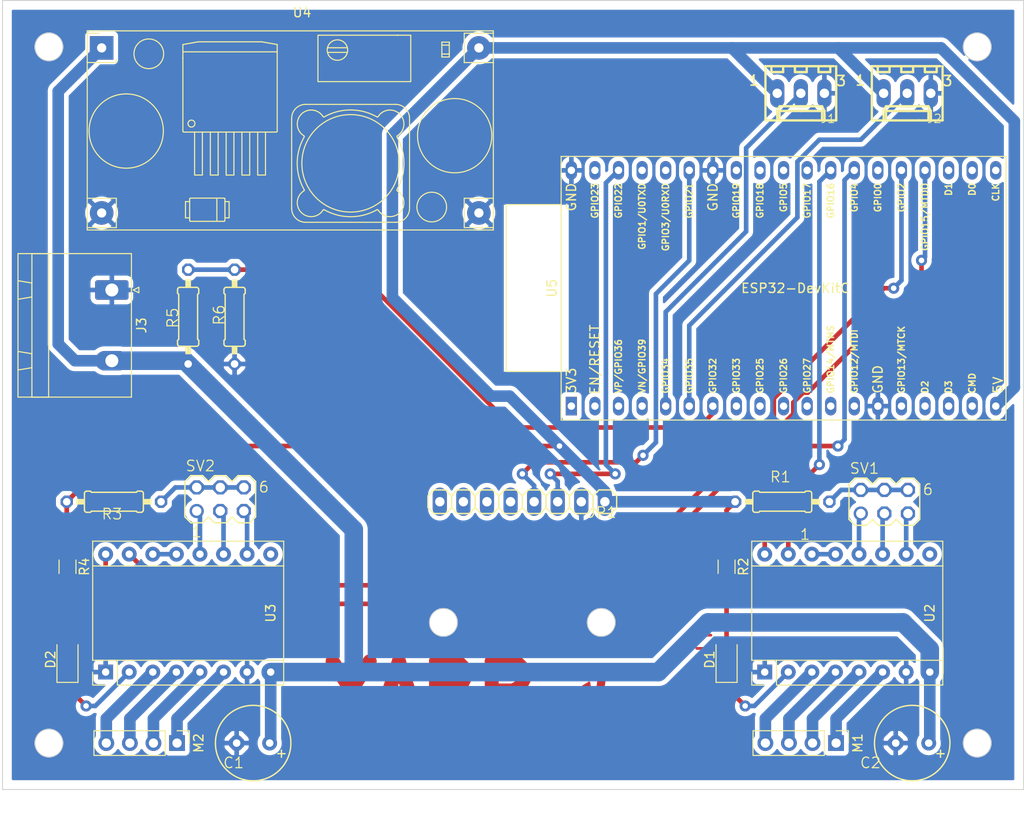
<source format=kicad_pcb>
(kicad_pcb (version 20221018) (generator pcbnew)
  (title_block (title "YABR_BOT_PCB") (date "2023-07-12") (rev "1.0") (company "Makerspace-RT"))
  (layers (0 "F.Cu" signal) (31 "B.Cu" signal) (34 "B.Paste" user) (35 "F.Paste" user) (36 "B.SilkS" user "B.Silkscreen") (37 "F.SilkS" user "F.Silkscreen") (38 "B.Mask" user) (39 "F.Mask" user) (44 "Edge.Cuts" user))
  (net 0 "")
  (net 1 "VMOT")
  (net 2 "GND")
  (net 3 "+5V")
  (net 4 "Net-(D1-K)")
  (net 5 "Net-(D1-A)")
  (net 6 "Net-(D2-K)")
  (net 7 "Net-(D2-A)")
  (net 8 "/SERVO1")
  (net 9 "/SERVO2")
  (net 10 "/SCL")
  (net 11 "/SDL")
  (net 12 "/XDA")
  (net 13 "/XCL")
  (net 14 "/AD0")
  (net 15 "/INT")
  (net 16 "Net-(M1--)")
  (net 17 "Net-(U2-A1)")
  (net 18 "Net-(U2-A2)")
  (net 19 "Net-(M2--)")
  (net 20 "Net-(U3-A1)")
  (net 21 "Net-(U3-A2)")
  (net 22 "Net-(R1-Pad1)")
  (net 23 "Net-(R3-Pad1)")
  (net 24 "/VSENS")
  (net 25 "Net-(U2-M0)")
  (net 26 "Net-(U2-M1)")
  (net 27 "Net-(U2-M2)")
  (net 28 "Net-(U3-M0)")
  (net 29 "Net-(U3-M1)")
  (net 30 "Net-(U3-M2)")
  (net 32 "Net-(U2-RST)")
  (net 33 "/STP1")
  (net 34 "/DIR1")
  (net 36 "Net-(U3-RST)")
  (net 37 "/STP2")
  (net 38 "/DIR2")
  (net 39 "Net-(U2-B2)")
  (net 40 "Net-(U3-B2)")
  (footprint "yabr-main-4:0207_10" (layer "F.Cu") (at 45 51.08 90)
    (fp_text reference "R6" (at -1 -1 90) (layer "F.SilkS") (effects (font (size 1.143 1.143) (thickness 0.127)) (justify left bottom)))
    (fp_text value "3k3")
    (pad "1" thru_hole roundrect (at -5.08 0 90) (size 1.3208 1.3208) (drill 0.8128) (layers "*.Cu" "*.Mask") (chamfer_ratio 0.2928932188) (chamfer top_left top_right bottom_left bottom_right) (net 2 "GND"))
    (pad "2" thru_hole roundrect (at 5.08 0 90) (size 1.3208 1.3208) (drill 0.8128) (layers "*.Cu" "*.Mask") (chamfer_ratio 0.2928932188) (chamfer top_left top_right bottom_left bottom_right) (net 24 "/VSENS"))
  )
  (footprint "yabr-main-4:MA03-2" (layer "F.Cu") (at 115 71)
    (fp_text reference "SV1" (at -3.81 -2.921) (layer "F.SilkS") (effects (font (size 1.143 1.143) (thickness 0.127)) (justify left bottom)))
    (fp_text value "MSI1")
    (fp_text user "6" (at 4.064 -0.635) (layer "F.SilkS") (effects (font (size 1.143 1.143) (thickness 0.127)) (justify left bottom)))
    (fp_text user "1" (at -9.175 4.191) (layer "F.SilkS") (effects (font (size 1.143 1.143) (thickness 0.127)) (justify left bottom)))
    (pad "1" thru_hole circle (at -2.54 1.27) (size 1.524 1.524) (drill 1.016) (layers "*.Cu" "*.Mask") (net 27 "Net-(U2-M2)"))
    (pad "2" thru_hole roundrect (at -2.54 -1.27) (size 1.524 1.524) (drill 1.016) (layers "*.Cu" "*.Mask") (chamfer_ratio 0.2928932188) (chamfer top_left top_right bottom_left bottom_right) (net 22 "Net-(R1-Pad1)"))
    (pad "3" thru_hole roundrect (at 0 1.27) (size 1.524 1.524) (drill 1.016) (layers "*.Cu" "*.Mask") (chamfer_ratio 0.2928932188) (chamfer top_left top_right bottom_left bottom_right) (net 26 "Net-(U2-M1)"))
    (pad "4" thru_hole roundrect (at 0 -1.27) (size 1.524 1.524) (drill 1.016) (layers "*.Cu" "*.Mask") (chamfer_ratio 0.2928932188) (chamfer top_left top_right bottom_left bottom_right) (net 22 "Net-(R1-Pad1)"))
    (pad "5" thru_hole roundrect (at 2.54 1.27) (size 1.524 1.524) (drill 1.016) (layers "*.Cu" "*.Mask") (chamfer_ratio 0.2928932188) (chamfer top_left top_right bottom_left bottom_right) (net 25 "Net-(U2-M0)"))
    (pad "6" thru_hole roundrect (at 2.54 -1.27) (size 1.524 1.524) (drill 1.016) (layers "*.Cu" "*.Mask") (chamfer_ratio 0.2928932188) (chamfer top_left top_right bottom_left bottom_right) (net 22 "Net-(R1-Pad1)"))
  )
  (footprint "yabr-main-4:1X08" (layer "F.Cu") (at 76 71 180)
    (fp_text reference "JP1" (at -10.2362 -1.8288) (layer "F.SilkS") (effects (font (size 1.143 1.143) (thickness 0.127)) (justify right bottom)))
    (fp_text value "ITG-MPU")
    (pad "1" thru_hole oval (at -8.89 0 270) (size 3.048 1.524) (drill 1.016) (layers "*.Cu" "*.Mask") (net 3 "+5V"))
    (pad "2" thru_hole oval (at -6.35 0 270) (size 3.048 1.524) (drill 1.016) (layers "*.Cu" "*.Mask") (net 2 "GND"))
    (pad "3" thru_hole oval (at -3.81 0 270) (size 3.048 1.524) (drill 1.016) (layers "*.Cu" "*.Mask") (net 10 "/SCL"))
    (pad "4" thru_hole oval (at -1.27 0 270) (size 3.048 1.524) (drill 1.016) (layers "*.Cu" "*.Mask") (net 11 "/SDL"))
    (pad "5" thru_hole oval (at 1.27 0 270) (size 3.048 1.524) (drill 1.016) (layers "*.Cu" "*.Mask") (net 12 "/XDA"))
    (pad "6" thru_hole oval (at 3.81 0 270) (size 3.048 1.524) (drill 1.016) (layers "*.Cu" "*.Mask") (net 13 "/XCL"))
    (pad "7" thru_hole oval (at 6.35 0 270) (size 3.048 1.524) (drill 1.016) (layers "*.Cu" "*.Mask") (net 14 "/AD0"))
    (pad "8" thru_hole oval (at 8.89 0 270) (size 3.048 1.524) (drill 1.016) (layers "*.Cu" "*.Mask") (net 15 "/INT"))
  )
  (footprint "Connector_Phoenix_GMSTB:PhoenixContact_GMSTBA_2,5_2-G-7,62_1x02_P7.62mm_Horizontal" (layer "F.Cu") (at 31.7775 48.19 -90)
    (fp_text reference "J3" (at 3.81 -3.2 90) (layer "F.SilkS"))
    (fp_text value "Conn_01x02_Socket")
    (pad "1" thru_hole roundrect (at 0 0 270) (size 2.1 3.6) (drill 1.4) (layers "*.Cu" "*.Mask") (roundrect_rratio 0.1190480952) (net 2 "GND"))
    (pad "2" thru_hole oval (at 7.62 0 270) (size 2.1 3.6) (drill 1.4) (layers "*.Cu" "*.Mask") (net 1 "VMOT"))
  )
  (footprint "yabr-main-4:E3,5-8" (layer "F.Cu") (at 118 97 180)
    (fp_text reference "C2" (at 3.302 -2.794) (layer "F.SilkS") (effects (font (size 1.143 1.143) (thickness 0.127)) (justify right bottom)))
    (fp_text value "100uF/25V")
    (pad "+" thru_hole circle (at -1.778 0 180) (size 1.6002 1.6002) (drill 0.8128) (layers "*.Cu" "*.Mask") (net 1 "VMOT"))
    (pad "-" thru_hole roundrect (at 1.778 0 180) (size 1.6002 1.6002) (drill 0.8128) (layers "*.Cu" "*.Mask") (chamfer_ratio 0.2928932188) (chamfer top_left top_right bottom_left bottom_right) (net 2 "GND"))
  )
  (footprint "yabr-main-4:6410-03" (layer "F.Cu") (at 117.46 27 180)
    (fp_text reference "J2" (at -3.7831 -3.2751) (layer "F.SilkS") (effects (font (size 0.9144 0.9144) (thickness 0.1016)) (justify right bottom)))
    (fp_text value "SERVO")
    (fp_text user "1" (at 4.4181 0.7381) (layer "F.SilkS") (effects (font (size 1.0922 1.0922) (thickness 0.1778)) (justify right bottom)))
    (fp_text user "3" (at -4.9799 0.6873) (layer "F.SilkS") (effects (font (size 1.0922 1.0922) (thickness 0.1778)) (justify right bottom)))
    (pad "1" thru_hole oval (at 2.54 0 270) (size 3.048 1.524) (drill 1.016) (layers "*.Cu" "*.Mask") (net 3 "+5V"))
    (pad "2" thru_hole oval (at 0 0 270) (size 3.048 1.524) (drill 1.016) (layers "*.Cu" "*.Mask") (net 9 "/SERVO2"))
    (pad "3" thru_hole oval (at -2.54 0 270) (size 3.048 1.524) (drill 1.016) (layers "*.Cu" "*.Mask") (net 2 "GND"))
  )
  (footprint "Custom_Library:DCDC_StepDown_LM2596" (layer "F.Cu") (at 30.68 22.11)
    (fp_text reference "U4" (at 21.59 -3.81) (layer "F.SilkS"))
    (fp_text value "DCDC_StepDown_LM2596")
    (pad "1" thru_hole rect (at 0 0) (size 2.54 2.54) (drill 1) (layers "*.Cu" "*.Mask") (net 1 "VMOT"))
    (pad "2" thru_hole circle (at 0 17.78) (size 2.54 2.54) (drill 1) (layers "*.Cu" "*.Mask") (net 2 "GND"))
    (pad "3" thru_hole circle (at 40.64 17.78) (size 2.54 2.54) (drill 1) (layers "*.Cu" "*.Mask") (net 2 "GND"))
    (pad "4" thru_hole circle (at 40.64 0) (size 2.54 2.54) (drill 1) (layers "*.Cu" "*.Mask") (net 3 "+5V"))
  )
  (footprint "Custom_Library:DRV8825_Breakout_15.2x20.3mm" (layer "F.Cu") (at 40 83 90)
    (fp_text reference "U3" (at 0 8.89 90) (layer "F.SilkS"))
    (fp_text value "DRV8825")
    (pad "1" thru_hole rect (at -6.35 -8.89 90) (size 1.6 1.6) (drill 0.8) (layers "*.Cu" "*.Mask") (net 2 "GND"))
    (pad "2" thru_hole oval (at -6.35 -6.35 90) (size 1.6 1.6) (drill 0.8) (layers "*.Cu" "*.Mask") (net 6 "Net-(D2-K)"))
    (pad "3" thru_hole oval (at -6.35 -3.81 90) (size 1.6 1.6) (drill 0.8) (layers "*.Cu" "*.Mask") (net 21 "Net-(U3-A2)"))
    (pad "4" thru_hole oval (at -6.35 -1.27 90) (size 1.6 1.6) (drill 0.8) (layers "*.Cu" "*.Mask") (net 20 "Net-(U3-A1)"))
    (pad "5" thru_hole oval (at -6.35 1.27 90) (size 1.6 1.6) (drill 0.8) (layers "*.Cu" "*.Mask") (net 19 "Net-(M2--)"))
    (pad "6" thru_hole oval (at -6.35 3.81 90) (size 1.6 1.6) (drill 0.8) (layers "*.Cu" "*.Mask") (net 40 "Net-(U3-B2)"))
    (pad "7" thru_hole oval (at -6.35 6.35 90) (size 1.6 1.6) (drill 0.8) (layers "*.Cu" "*.Mask") (net 2 "GND"))
    (pad "8" thru_hole oval (at -6.35 8.89 90) (size 1.6 1.6) (drill 0.8) (layers "*.Cu" "*.Mask") (net 1 "VMOT"))
    (pad "9" thru_hole oval (at 6.35 8.89 90) (size 1.6 1.6) (drill 0.8) (layers "*.Cu" "*.Mask"))
    (pad "10" thru_hole oval (at 6.35 6.35 90) (size 1.6 1.6) (drill 0.8) (layers "*.Cu" "*.Mask") (net 28 "Net-(U3-M0)"))
    (pad "11" thru_hole oval (at 6.35 3.81 90) (size 1.6 1.6) (drill 0.8) (layers "*.Cu" "*.Mask") (net 29 "Net-(U3-M1)"))
    (pad "12" thru_hole oval (at 6.35 1.27 90) (size 1.6 1.6) (drill 0.8) (layers "*.Cu" "*.Mask") (net 30 "Net-(U3-M2)"))
    (pad "13" thru_hole oval (at 6.35 -1.27 90) (size 1.6 1.6) (drill 0.8) (layers "*.Cu" "*.Mask") (net 36 "Net-(U3-RST)"))
    (pad "14" thru_hole oval (at 6.35 -3.81 90) (size 1.6 1.6) (drill 0.8) (layers "*.Cu" "*.Mask") (net 36 "Net-(U3-RST)"))
    (pad "15" thru_hole oval (at 6.35 -6.35 90) (size 1.6 1.6) (drill 0.8) (layers "*.Cu" "*.Mask") (net 37 "/STP2"))
    (pad "16" thru_hole oval (at 6.35 -8.89 90) (size 1.6 1.6) (drill 0.8) (layers "*.Cu" "*.Mask") (net 38 "/DIR2"))
  )
  (footprint "Connector_PinHeader_2.54mm:PinHeader_1x04_P2.54mm_Vertical" (layer "F.Cu") (at 38.8 97 -90)
    (fp_text reference "M2" (at 0 -2.33 90) (layer "F.SilkS"))
    (fp_text value "Stepper_Motor_bipolar")
    (pad "1" thru_hole rect (at 0 0 270) (size 1.7 1.7) (drill 1) (layers "*.Cu" "*.Mask") (net 40 "Net-(U3-B2)"))
    (pad "2" thru_hole oval (at 0 2.54 270) (size 1.7 1.7) (drill 1) (layers "*.Cu" "*.Mask") (net 19 "Net-(M2--)"))
    (pad "3" thru_hole oval (at 0 5.08 270) (size 1.7 1.7) (drill 1) (layers "*.Cu" "*.Mask") (net 20 "Net-(U3-A1)"))
    (pad "4" thru_hole oval (at 0 7.62 270) (size 1.7 1.7) (drill 1) (layers "*.Cu" "*.Mask") (net 21 "Net-(U3-A2)"))
  )
  (footprint "yabr-main-4:0207_10" (layer "F.Cu") (at 32 71 180)
    (fp_text reference "R3" (at -1 -2) (layer "F.SilkS") (effects (font (size 1.143 1.143) (thickness 0.127)) (justify right bottom)))
    (fp_text value "4k7")
    (pad "1" thru_hole roundrect (at -5.08 0 180) (size 1.3208 1.3208) (drill 0.8128) (layers "*.Cu" "*.Mask") (chamfer_ratio 0.2928932188) (chamfer top_left top_right bottom_left bottom_right) (net 23 "Net-(R3-Pad1)"))
    (pad "2" thru_hole roundrect (at 5.08 0 180) (size 1.3208 1.3208) (drill 0.8128) (layers "*.Cu" "*.Mask") (chamfer_ratio 0.2928932188) (chamfer top_left top_right bottom_left bottom_right) (net 3 "+5V"))
  )
  (footprint "yabr-main-4:0207_10" (layer "F.Cu") (at 104 71 180)
    (fp_text reference "R1" (at -1 2) (layer "F.SilkS") (effects (font (size 1.143 1.143) (thickness 0.127)) (justify right bottom)))
    (fp_text value "4k7")
    (pad "1" thru_hole roundrect (at -5.08 0 180) (size 1.3208 1.3208) (drill 0.8128) (layers "*.Cu" "*.Mask") (chamfer_ratio 0.2928932188) (chamfer top_left top_right bottom_left bottom_right) (net 22 "Net-(R1-Pad1)"))
    (pad "2" thru_hole roundrect (at 5.08 0 180) (size 1.3208 1.3208) (drill 0.8128) (layers "*.Cu" "*.Mask") (chamfer_ratio 0.2928932188) (chamfer top_left top_right bottom_left bottom_right) (net 3 "+5V"))
  )
  (footprint "Custom_Library:DRV8825_Breakout_15.2x20.3mm" (layer "F.Cu") (at 111 83 90)
    (fp_text reference "U2" (at 0 8.89 90) (layer "F.SilkS"))
    (fp_text value "DRV8825")
    (pad "1" thru_hole rect (at -6.35 -8.89 90) (size 1.6 1.6) (drill 0.8) (layers "*.Cu" "*.Mask") (net 2 "GND"))
    (pad "2" thru_hole oval (at -6.35 -6.35 90) (size 1.6 1.6) (drill 0.8) (layers "*.Cu" "*.Mask") (net 4 "Net-(D1-K)"))
    (pad "3" thru_hole oval (at -6.35 -3.81 90) (size 1.6 1.6) (drill 0.8) (layers "*.Cu" "*.Mask") (net 18 "Net-(U2-A2)"))
    (pad "4" thru_hole oval (at -6.35 -1.27 90) (size 1.6 1.6) (drill 0.8) (layers "*.Cu" "*.Mask") (net 17 "Net-(U2-A1)"))
    (pad "5" thru_hole oval (at -6.35 1.27 90) (size 1.6 1.6) (drill 0.8) (layers "*.Cu" "*.Mask") (net 16 "Net-(M1--)"))
    (pad "6" thru_hole oval (at -6.35 3.81 90) (size 1.6 1.6) (drill 0.8) (layers "*.Cu" "*.Mask") (net 39 "Net-(U2-B2)"))
    (pad "7" thru_hole oval (at -6.35 6.35 90) (size 1.6 1.6) (drill 0.8) (layers "*.Cu" "*.Mask") (net 2 "GND"))
    (pad "8" thru_hole oval (at -6.35 8.89 90) (size 1.6 1.6) (drill 0.8) (layers "*.Cu" "*.Mask") (net 1 "VMOT"))
    (pad "9" thru_hole oval (at 6.35 8.89 90) (size 1.6 1.6) (drill 0.8) (layers "*.Cu" "*.Mask"))
    (pad "10" thru_hole oval (at 6.35 6.35 90) (size 1.6 1.6) (drill 0.8) (layers "*.Cu" "*.Mask") (net 25 "Net-(U2-M0)"))
    (pad "11" thru_hole oval (at 6.35 3.81 90) (size 1.6 1.6) (drill 0.8) (layers "*.Cu" "*.Mask") (net 26 "Net-(U2-M1)"))
    (pad "12" thru_hole oval (at 6.35 1.27 90) (size 1.6 1.6) (drill 0.8) (layers "*.Cu" "*.Mask") (net 27 "Net-(U2-M2)"))
    (pad "13" thru_hole oval (at 6.35 -1.27 90) (size 1.6 1.6) (drill 0.8) (layers "*.Cu" "*.Mask") (net 32 "Net-(U2-RST)"))
    (pad "14" thru_hole oval (at 6.35 -3.81 90) (size 1.6 1.6) (drill 0.8) (layers "*.Cu" "*.Mask") (net 32 "Net-(U2-RST)"))
    (pad "15" thru_hole oval (at 6.35 -6.35 90) (size 1.6 1.6) (drill 0.8) (layers "*.Cu" "*.Mask") (net 33 "/STP1"))
    (pad "16" thru_hole oval (at 6.35 -8.89 90) (size 1.6 1.6) (drill 0.8) (layers "*.Cu" "*.Mask") (net 34 "/DIR1"))
  )
  (footprint "yabr-main-4:MA03-2" (layer "F.Cu") (at 43.46 70.73)
    (fp_text reference "SV2" (at -3.81 -2.921) (layer "F.SilkS") (effects (font (size 1.143 1.143) (thickness 0.127)) (justify left bottom)))
    (fp_text value "MSI1")
    (fp_text user "6" (at 4.064 -0.635) (layer "F.SilkS") (effects (font (size 1.143 1.143) (thickness 0.127)) (justify left bottom)))
    (fp_text user "1" (at -3.175 4.191) (layer "F.SilkS") (effects (font (size 1.143 1.143) (thickness 0.127)) (justify left bottom)))
    (pad "1" thru_hole circle (at -2.54 1.27) (size 1.524 1.524) (drill 1.016) (layers "*.Cu" "*.Mask") (net 30 "Net-(U3-M2)"))
    (pad "2" thru_hole roundrect (at -2.54 -1.27) (size 1.524 1.524) (drill 1.016) (layers "*.Cu" "*.Mask") (chamfer_ratio 0.2928932188) (chamfer top_left top_right bottom_left bottom_right) (net 23 "Net-(R3-Pad1)"))
    (pad "3" thru_hole roundrect (at 0 1.27) (size 1.524 1.524) (drill 1.016) (layers "*.Cu" "*.Mask") (chamfer_ratio 0.2928932188) (chamfer top_left top_right bottom_left bottom_right) (net 29 "Net-(U3-M1)"))
    (pad "4" thru_hole roundrect (at 0 -1.27) (size 1.524 1.524) (drill 1.016) (layers "*.Cu" "*.Mask") (chamfer_ratio 0.2928932188) (chamfer top_left top_right bottom_left bottom_right) (net 23 "Net-(R3-Pad1)"))
    (pad "5" thru_hole roundrect (at 2.54 1.27) (size 1.524 1.524) (drill 1.016) (layers "*.Cu" "*.Mask") (chamfer_ratio 0.2928932188) (chamfer top_left top_right bottom_left bottom_right) (net 28 "Net-(U3-M0)"))
    (pad "6" thru_hole roundrect (at 2.54 -1.27) (size 1.524 1.524) (drill 1.016) (layers "*.Cu" "*.Mask") (chamfer_ratio 0.2928932188) (chamfer top_left top_right bottom_left bottom_right) (net 23 "Net-(R3-Pad1)"))
  )
  (footprint "yabr-main-4:E3,5-8" (layer "F.Cu") (at 47 97 180)
    (fp_text reference "C1" (at 3.302 -2.794 180) (layer "F.SilkS") (effects (font (size 1.143 1.143) (thickness 0.127)) (justify left bottom)))
    (fp_text value "100uF/25V")
    (pad "+" thru_hole circle (at -1.778 0 180) (size 1.6002 1.6002) (drill 0.8128) (layers "*.Cu" "*.Mask") (net 1 "VMOT"))
    (pad "-" thru_hole roundrect (at 1.778 0 180) (size 1.6002 1.6002) (drill 0.8128) (layers "*.Cu" "*.Mask") (chamfer_ratio 0.2928932188) (chamfer top_left top_right bottom_left bottom_right) (net 2 "GND"))
  )
  (footprint "Resistor_SMD:R_1206_3216Metric_Pad1.30x1.75mm_HandSolder" (layer "F.Cu") (at 98 78 -90)
    (fp_text reference "R2" (at 0 -1.82 90) (layer "F.SilkS"))
    (fp_text value "160")
    (pad "1" smd roundrect (at -1.55 0 270) (size 1.3 1.75) (layers "F.Cu" "F.Paste" "F.Mask") (roundrect_rratio 0.192308) (net 3 "+5V"))
    (pad "2" smd roundrect (at 1.55 0 270) (size 1.3 1.75) (layers "F.Cu" "F.Paste" "F.Mask") (roundrect_rratio 0.192308) (net 5 "Net-(D1-A)"))
  )
  (footprint "LED_SMD:LED_1206_3216Metric_Pad1.42x1.75mm_HandSolder" (layer "F.Cu") (at 27 88 90)
    (fp_text reference "D2" (at 0 -1.82 90) (layer "F.SilkS"))
    (fp_text value "LED")
    (pad "1" smd roundrect (at -1.4875 0 90) (size 1.425 1.75) (layers "F.Cu" "F.Paste" "F.Mask") (roundrect_rratio 0.1754392982) (net 6 "Net-(D2-K)"))
    (pad "2" smd roundrect (at 1.4875 0 90) (size 1.425 1.75) (layers "F.Cu" "F.Paste" "F.Mask") (roundrect_rratio 0.1754392982) (net 7 "Net-(D2-A)"))
  )
  (footprint "yabr-main-4:0207_10" (layer "F.Cu") (at 40 51.08 -90)
    (fp_text reference "R5" (at -1.08 1 90) (layer "F.SilkS") (effects (font (size 1.143 1.143) (thickness 0.127)) (justify right bottom)))
    (fp_text value "4k7")
    (pad "1" thru_hole roundrect (at -5.08 0 270) (size 1.3208 1.3208) (drill 0.8128) (layers "*.Cu" "*.Mask") (chamfer_ratio 0.2928932188) (chamfer top_left top_right bottom_left bottom_right) (net 24 "/VSENS"))
    (pad "2" thru_hole roundrect (at 5.08 0 270) (size 1.3208 1.3208) (drill 0.8128) (layers "*.Cu" "*.Mask") (chamfer_ratio 0.2928932188) (chamfer top_left top_right bottom_left bottom_right) (net 1 "VMOT"))
  )
  (footprint "yabr-main-4:6410-03" (layer "F.Cu") (at 106 27 180)
    (fp_text reference "J1" (at -3.7831 -3.2751) (layer "F.SilkS") (effects (font (size 0.9144 0.9144) (thickness 0.1016)) (justify right bottom)))
    (fp_text value "SERVO")
    (fp_text user "3" (at -4.9799 0.6873) (layer "F.SilkS") (effects (font (size 1.0922 1.0922) (thickness 0.1778)) (justify right bottom)))
    (fp_text user "1" (at 4.4181 0.7381) (layer "F.SilkS") (effects (font (size 1.0922 1.0922) (thickness 0.1778)) (justify right bottom)))
    (pad "1" thru_hole oval (at 2.54 0 270) (size 3.048 1.524) (drill 1.016) (layers "*.Cu" "*.Mask") (net 3 "+5V"))
    (pad "2" thru_hole oval (at 0 0 270) (size 3.048 1.524) (drill 1.016) (layers "*.Cu" "*.Mask") (net 8 "/SERVO1"))
    (pad "3" thru_hole oval (at -2.54 0 270) (size 3.048 1.524) (drill 1.016) (layers "*.Cu" "*.Mask") (net 2 "GND"))
  )
  (footprint "LED_SMD:LED_1206_3216Metric_Pad1.42x1.75mm_HandSolder" (layer "F.Cu") (at 98 88 90)
    (fp_text reference "D1" (at 0 -1.82 90) (layer "F.SilkS"))
    (fp_text value "LED")
    (pad "1" smd roundrect (at -1.4875 0 90) (size 1.425 1.75) (layers "F.Cu" "F.Paste" "F.Mask") (roundrect_rratio 0.1754392982) (net 4 "Net-(D1-K)"))
    (pad "2" smd roundrect (at 1.4875 0 90) (size 1.425 1.75) (layers "F.Cu" "F.Paste" "F.Mask") (roundrect_rratio 0.1754392982) (net 5 "Net-(D1-A)"))
  )
  (footprint "Resistor_SMD:R_1206_3216Metric_Pad1.30x1.75mm_HandSolder" (layer "F.Cu") (at 27 78 -90)
    (fp_text reference "R4" (at 0 -1.82 90) (layer "F.SilkS"))
    (fp_text value "160")
    (pad "1" smd roundrect (at -1.55 0 270) (size 1.3 1.75) (layers "F.Cu" "F.Paste" "F.Mask") (roundrect_rratio 0.192308) (net 3 "+5V"))
    (pad "2" smd roundrect (at 1.55 0 270) (size 1.3 1.75) (layers "F.Cu" "F.Paste" "F.Mask") (roundrect_rratio 0.192308) (net 7 "Net-(D2-A)"))
  )
  (footprint "Connector_PinHeader_2.54mm:PinHeader_1x04_P2.54mm_Vertical" (layer "F.Cu") (at 109.8 97 -90)
    (fp_text reference "M1" (at 0 -2.33 90) (layer "F.SilkS"))
    (fp_text value "Stepper_Motor_bipolar")
    (pad "1" thru_hole rect (at 0 0 270) (size 1.7 1.7) (drill 1) (layers "*.Cu" "*.Mask") (net 39 "Net-(U2-B2)"))
    (pad "2" thru_hole oval (at 0 2.54 270) (size 1.7 1.7) (drill 1) (layers "*.Cu" "*.Mask") (net 16 "Net-(M1--)"))
    (pad "3" thru_hole oval (at 0 5.08 270) (size 1.7 1.7) (drill 1) (layers "*.Cu" "*.Mask") (net 17 "Net-(U2-A1)"))
    (pad "4" thru_hole oval (at 0 7.62 270) (size 1.7 1.7) (drill 1) (layers "*.Cu" "*.Mask") (net 18 "Net-(U2-A2)"))
  )
  (footprint "Espressif:ESP32-DevKitC" (layer "F.Cu") (at 81.28 60.7 90)
    (fp_text reference "U5" (at 12.7 -2.1 90) (layer "F.SilkS"))
    (fp_text value "ESP32-DevKitC" (at 12.7 24.13) (layer "F.SilkS"))
    (fp_text user "GPIO2" (at 24.13 35.56 90 unlocked) (layer "F.SilkS") (effects (font (size 0.7 0.7)) (justify right)))
    (fp_text user "GPIO25" (at 1.27 20.32 90 unlocked) (layer "F.SilkS") (effects (font (size 0.7 0.7)) (justify left)))
    (fp_text user "GPIO15/MTDO" (at 24.13 38.1 90 unlocked) (layer "F.SilkS") (effects (font (size 0.7 0.7)) (justify right)))
    (fp_text user "GPIO21" (at 24.13 12.7 90 unlocked) (layer "F.SilkS") (effects (font (size 0.7 0.7)) (justify right)))
    (fp_text user "GPIO13/MTCK" (at 1.27 35.56 90 unlocked) (layer "F.SilkS") (effects (font (size 0.7 0.7)) (justify left)))
    (fp_text user "CMD" (at 1.27 43.18 90 unlocked) (layer "F.SilkS") (effects (font (size 0.7 0.7)) (justify left)))
    (fp_text user "GPIO33" (at 1.27 17.78 90 unlocked) (layer "F.SilkS") (effects (font (size 0.7 0.7)) (justify left)))
    (fp_text user "GPIO26" (at 1.27 22.86 90 unlocked) (layer "F.SilkS") (effects (font (size 0.7 0.7)) (justify left)))
    (fp_text user "GPIO5" (at 24.13 22.86 90 unlocked) (layer "F.SilkS") (effects (font (size 0.7 0.7)) (justify right)))
    (fp_text user "GPIO19" (at 24.13 17.78 90 unlocked) (layer "F.SilkS") (effects (font (size 0.7 0.7)) (justify right)))
    (fp_text user "GPIO17" (at 24.13 25.4 90 unlocked) (layer "F.SilkS") (effects (font (size 0.7 0.7)) (justify right)))
    (fp_text user "CLK" (at 24.13 45.72 90 unlocked) (layer "F.SilkS") (effects (font (size 0.7 0.7)) (justify right)))
    (fp_text user "GPIO0" (at 24.13 33.02 90 unlocked) (layer "F.SilkS") (effects (font (size 0.7 0.7)) (justify right)))
    (fp_text user "D2" (at 1.27 38.1 90 unlocked) (layer "F.SilkS") (effects (font (size 0.7 0.7)) (justify left)))
    (fp_text user "GPIO12/MTDI" (at 1.27 30.48 90 unlocked) (layer "F.SilkS") (effects (font (size 0.7 0.7)) (justify left)))
    (fp_text user "GPIO4" (at 24.13 30.48 90 unlocked) (layer "F.SilkS") (effects (font (size 0.7 0.7)) (justify right)))
    (fp_text user "GPIO34" (at 1.27 10.16 90 unlocked) (layer "F.SilkS") (effects (font (size 0.7 0.7)) (justify left)))
    (fp_text user "GPIO23" (at 24.13 2.54 90 unlocked) (layer "F.SilkS") (effects (font (size 0.7 0.7)) (justify right)))
    (fp_text user "GPIO32" (at 1.27 15.24 90 unlocked) (layer "F.SilkS") (effects (font (size 0.7 0.7)) (justify left)))
    (fp_text user "GND" (at 24.13 0 90 unlocked) (layer "F.SilkS") (effects (justify right)))
    (fp_text user "VN/GPIO39" (at 1.27 7.62 90 unlocked) (layer "F.SilkS") (effects (font (size 0.7 0.7)) (justify left)))
    (fp_text user "VP/GPIO36" (at 1.27 5.08 90 unlocked) (layer "F.SilkS") (effects (font (size 0.7 0.7)) (justify left)))
    (fp_text user "GPIO3/U0RXD" (at 24.13 10.16 90 unlocked) (layer "F.SilkS") (effects (font (size 0.7 0.7)) (justify right)))
    (fp_text user "GPIO16" (at 24.13 27.94 90 unlocked) (layer "F.SilkS") (effects (font (size 0.7 0.7)) (justify right)))
    (fp_text user "D1" (at 24.13 40.64 90 unlocked) (layer "F.SilkS") (effects (font (size 0.7 0.7)) (justify right)))
    (fp_text user "GPIO22" (at 24.13 5.08 90 unlocked) (layer "F.SilkS") (effects (font (size 0.7 0.7)) (justify right)))
    (fp_text user "EN/RESET" (at 8.88632 2.53728 90 unlocked) (layer "F.SilkS") (effects (justify right)))
    (fp_text user "D3" (at 1.27 40.64 90 unlocked) (layer "F.SilkS") (effects (font (size 0.7 0.7)) (justify left)))
    (fp_text user "GND" (at 1.27 33.02 90 unlocked) (layer "F.SilkS") (effects (justify left)))
    (fp_text user "GND" (at 24.13 15.24 90 unlocked) (layer "F.SilkS") (effects (justify right)))
    (fp_text user "3V3" (at 1.27 0 90 unlocked) (layer "F.SilkS") (effects (justify left)))
    (fp_text user "D0" (at 24.13 43.18 90 unlocked) (layer "F.SilkS") (effects (font (size 0.7 0.7)) (justify right)))
    (fp_text user "GPIO35" (at 1.27 12.7 90 unlocked) (layer "F.SilkS") (effects (font (size 0.7 0.7)) (justify left)))
    (fp_text user "GPIO27" (at 1.27 25.4 90 unlocked) (layer "F.SilkS") (effects (font (size 0.7 0.7)) (justify left)))
    (fp_text user "5V" (at 1.26632 45.97128 90 unlocked) (layer "F.SilkS") (effects (justify left)))
    (fp_text user "GPIO18" (at 24.13 20.32 90 unlocked) (layer "F.SilkS") (effects (font (size 0.7 0.7)) (justify right)))
    (fp_text user "GPIO14/MTMS" (at 1.27 27.94 90 unlocked) (layer "F.SilkS") (effects (font (size 0.7 0.7)) (justify left)))
    (fp_text user "GPIO1/U0TXD" (at 24.13 7.62 90 unlocked) (layer "F.SilkS") (effects (font (size 0.7 0.7)) (justify right)))
    (pad "1" thru_hole rect (at 0 0) (size 1.2 2) (drill 0.8) (layers "*.Cu" "*.Mask"))
    (pad "2" thru_hole oval (at 0 2.54) (size 1.2 2) (drill 0.8) (layers "*.Cu" "*.Mask"))
    (pad "3" thru_hole oval (at 0 5.08) (size 1.2 2) (drill 0.8) (layers "*.Cu" "*.Mask"))
    (pad "4" thru_hole oval (at 0 7.62) (size 1.2 2) (drill 0.8) (layers "*.Cu" "*.Mask"))
    (pad "5" thru_hole oval (at 0 10.16) (size 1.2 2) (drill 0.8) (layers "*.Cu" "*.Mask") (net 8 "/SERVO1"))
    (pad "6" thru_hole oval (at 0 12.7) (size 1.2 2) (drill 0.8) (layers "*.Cu" "*.Mask") (net 9 "/SERVO2"))
    (pad "7" thru_hole oval (at 0 15.24) (size 1.2 2) (drill 0.8) (layers "*.Cu" "*.Mask") (net 24 "/VSENS"))
    (pad "8" thru_hole oval (at 0 17.78) (size 1.2 2) (drill 0.8) (layers "*.Cu" "*.Mask"))
    (pad "9" thru_hole oval (at 0 20.32) (size 1.2 2) (drill 0.8) (layers "*.Cu" "*.Mask"))
    (pad "10" thru_hole oval (at 0 22.86) (size 1.2 2) (drill 0.8) (layers "*.Cu" "*.Mask"))
    (pad "11" thru_hole oval (at 0 25.4) (size 1.2 2) (drill 0.8) (layers "*.Cu" "*.Mask"))
    (pad "12" thru_hole oval (at 0 27.94) (size 1.2 2) (drill 0.8) (layers "*.Cu" "*.Mask"))
    (pad "13" thru_hole oval (at 0 30.48) (size 1.2 2) (drill 0.8) (layers "*.Cu" "*.Mask"))
    (pad "14" thru_hole oval (at 0 33.02) (size 1.2 2) (drill 0.8) (layers "*.Cu" "*.Mask") (net 2 "GND"))
    (pad "15" thru_hole oval (at 0 35.56) (size 1.2 2) (drill 0.8) (layers "*.Cu" "*.Mask"))
    (pad "16" thru_hole oval (at 0 38.1) (size 1.2 2) (drill 0.8) (layers "*.Cu" "*.Mask"))
    (pad "17" thru_hole oval (at 0 40.64) (size 1.2 2) (drill 0.8) (layers "*.Cu" "*.Mask"))
    (pad "18" thru_hole oval (at 0 43.18) (size 1.2 2) (drill 0.8) (layers "*.Cu" "*.Mask"))
    (pad "19" thru_hole oval (at 0 45.72) (size 1.2 2) (drill 0.8) (layers "*.Cu" "*.Mask") (net 3 "+5V"))
    (pad "20" thru_hole oval (at 25.39632 45.71728) (size 1.2 2) (drill 0.8) (layers "*.Cu" "*.Mask"))
    (pad "21" thru_hole oval (at 25.39632 43.17728) (size 1.2 2) (drill 0.8) (layers "*.Cu" "*.Mask"))
    (pad "22" thru_hole oval (at 25.4 40.64) (size 1.2 2) (drill 0.8) (layers "*.Cu" "*.Mask"))
    (pad "23" thru_hole oval (at 25.4 38.1) (size 1.2 2) (drill 0.8) (layers "*.Cu" "*.Mask") (net 38 "/DIR2"))
    (pad "24" thru_hole oval (at 25.4 35.56) (size 1.2 2) (drill 0.8) (layers "*.Cu" "*.Mask") (net 37 "/STP2"))
    (pad "25" thru_hole oval (at 25.4 33.02) (size 1.2 2) (drill 0.8) (layers "*.Cu" "*.Mask"))
    (pad "26" thru_hole oval (at 25.4 30.48) (size 1.2 2) (drill 0.8) (layers "*.Cu" "*.Mask") (net 34 "/DIR1"))
    (pad "27" thru_hole oval (at 25.4 27.94) (size 1.2 2) (drill 0.8) (layers "*.Cu" "*.Mask") (net 33 "/STP1"))
    (pad "28" thru_hole oval (at 25.4 25.4) (size 1.2 2) (drill 0.8) (layers "*.Cu" "*.Mask"))
    (pad "29" thru_hole oval (at 25.4 22.86) (size 1.2 2) (drill 0.8) (layers "*.Cu" "*.Mask"))
    (pad "30" thru_hole oval (at 25.4 20.32) (size 1.2 2) (drill 0.8) (layers "*.Cu" "*.Mask"))
    (pad "31" thru_hole oval (at 25.4 17.78) (size 1.2 2) (drill 0.8) (layers "*.Cu" "*.Mask"))
    (pad "32" thru_hole oval (at 25.4 15.24) (size 1.2 2) (drill 0.8) (layers "*.Cu" "*.Mask") (net 2 "GND"))
    (pad "33" thru_hole oval (at 25.4 12.7) (size 1.2 2) (drill 0.8) (layers "*.Cu" "*.Mask") (net 11 "/SDL"))
    (pad "34" thru_hole oval (at 25.4 10.16) (size 1.2 2) (drill 0.8) (layers "*.Cu" "*.Mask"))
    (pad "35" thru_hole oval (at 25.4 7.62) (size 1.2 2) (drill 0.8) (layers "*.Cu" "*.Mask"))
    (pad "36" thru_hole oval (at 25.4 5.08) (size 1.2 2) (drill 0.8) (layers "*.Cu" "*.Mask") (net 10 "/SCL"))
    (pad "37" thru_hole oval (at 25.4 2.54) (size 1.2 2) (drill 0.8) (layers "*.Cu" "*.Mask"))
    (pad "38" thru_hole oval (at 25.4 0) (size 1.2 2) (drill 0.8) (layers "*.Cu" "*.Mask") (net 2 "GND"))
  )
  (gr_rect (start 20 17) (end 130 102) (stroke (width 0.1)) (fill none) (layer "Edge.Cuts"))
  (gr_circle (center 25 22) (end 26.5 22) (stroke (width 0.1)) (fill none) (layer "Edge.Cuts"))
  (gr_circle (center 84.5 84) (end 86 84) (stroke (width 0.1)) (fill none) (layer "Edge.Cuts"))
  (gr_circle (center 125 97) (end 126.5 97) (stroke (width 0.1)) (fill none) (layer "Edge.Cuts"))
  (gr_circle (center 125 22) (end 126.5 22) (stroke (width 0.1)) (fill none) (layer "Edge.Cuts"))
  (gr_circle (center 25 97) (end 26.5 97) (stroke (width 0.1)) (fill none) (layer "Edge.Cuts"))
  (gr_circle (center 67.5 84) (end 69 84) (stroke (width 0.1)) (fill none) (layer "Edge.Cuts"))
  (gr_text "FAULT" (at 96.5 91.5 90) (layer "F.Cu") (effects (font (size 1.5 1.5) (thickness 0.3) bold) (justify left bottom)))
  (gr_text "SERVO2" (at 113 21) (layer "F.Cu") (effects (font (size 1.5 1.5) (thickness 0.3) bold) (justify left bottom)))
  (gr_text "by Christopher Kösters" (at 52.48 97.53) (layer "F.Cu") (effects (font (size 1.5 1.5) (thickness 0.3) bold) (justify left bottom)))
  (gr_text "Campuswoche 2023" (at 54.2 100.48) (layer "F.Cu") (effects (font (size 1.5 1.5) (thickness 0.3) bold) (justify left bottom)))
  (gr_text "YABR" (at 54 95) (layer "F.Cu") (effects (font (size 6 6) (thickness 1.5) bold) (justify left bottom)))
  (gr_text "SERVO1" (at 102 21) (layer "F.Cu") (effects (font (size 1.5 1.5) (thickness 0.3) bold) (justify left bottom)))
  (gr_text "FAULT" (at 25.5 91.5 90) (layer "F.Cu") (effects (font (size 1.5 1.5) (thickness 0.3) bold) (justify left bottom)))
  (segment (start 119.89 96.888) (end 119.778 97) (width 0.25) (layer "F.Cu") (net 1))
  (segment (start 48.89 96.888) (end 48.778 97) (width 0.25) (layer "F.Cu") (net 1))
  (segment (start 96 84) (end 90.65 89.35) (width 2) (layer "B.Cu") (net 1))
  (segment (start 90.65 89.35) (end 56 89.35) (width 2) (layer "B.Cu") (net 1))
  (segment (start 57.65 89.35) (end 56 89.35) (width 2) (layer "B.Cu") (net 1))
  (segment (start 31.7775 55.81) (end 39.65 55.81) (width 2) (layer "B.Cu") (net 1))
  (segment (start 57.84 88.84) (end 58 89) (width 2) (layer "B.Cu") (net 1))
  (segment (start 119.89 96.888) (end 119.778 97) (width 1.25) (layer "B.Cu") (net 1))
  (segment (start 39.65 55.81) (end 40 56.16) (width 1.25) (layer "B.Cu") (net 1))
  (segment (start 119.89 86.89) (end 117 84) (width 2) (layer "B.Cu") (net 1))
  (segment (start 119.89 89.35) (end 119.89 86.89) (width 2) (layer "B.Cu") (net 1))
  (segment (start 57.84 74) (end 40 56.16) (width 2) (layer "B.Cu") (net 1))
  (segment (start 26 54) (end 26 26.79) (width 1.25) (layer "B.Cu") (net 1))
  (segment (start 58 89) (end 57.65 89.35) (width 2) (layer "B.Cu") (net 1))
  (segment (start 119.89 89.35) (end 119.89 96.888) (width 1.25) (layer "B.Cu") (net 1))
  (segment (start 27.81 55.81) (end 26 54) (width 1.25) (layer "B.Cu") (net 1))
  (segment (start 56 89.35) (end 48.89 89.35) (width 2) (layer "B.Cu") (net 1))
  (segment (start 48.89 89.35) (end 48.89 96.888) (width 1.25) (layer "B.Cu") (net 1))
  (segment (start 117 84) (end 96 84) (width 2) (layer "B.Cu") (net 1))
  (segment (start 119.778 89.462) (end 119.89 89.35) (width 1.25) (layer "B.Cu") (net 1))
  (segment (start 48.89 96.888) (end 48.778 97) (width 1.25) (layer "B.Cu") (net 1))
  (segment (start 31.7775 55.81) (end 27.81 55.81) (width 1.25) (layer "B.Cu") (net 1))
  (segment (start 48.778 89.462) (end 48.89 89.35) (width 1.25) (layer "B.Cu") (net 1))
  (segment (start 57.84 74) (end 57.84 88.84) (width 2) (layer "B.Cu") (net 1))
  (segment (start 26 26.79) (end 30.68 22.11) (width 1.25) (layer "B.Cu") (net 1))
  (segment (start 82.35 71) (end 82.35 70.65) (width 0.25) (layer "B.Cu") (net 2))
  (segment (start 120 27) (end 120 26) (width 0.25) (layer "B.Cu") (net 2))
  (segment (start 27 76.45) (end 26.92 76.37) (width 0.5) (layer "F.Cu") (net 3))
  (segment (start 26.92 76.37) (end 26.92 71) (width 0.5) (layer "F.Cu") (net 3))
  (segment (start 98 76.45) (end 98 71.92) (width 0.5) (layer "F.Cu") (net 3))
  (segment (start 32.92 65) (end 26.92 71) (width 0.5) (layer "F.Cu") (net 3))
  (segment (start 80 65) (end 32.92 65) (width 0.5) (layer "F.Cu") (net 3))
  (segment (start 103.46 27) (end 103.46 26.238) (width 1.25) (layer "F.Cu") (net 3))
  (segment (start 98 71.92) (end 98.92 71) (width 0.5) (layer "F.Cu") (net 3))
  (via (at 80 65) (size 1.2) (drill 0.6) (layers "F.Cu" "B.Cu") (net 3))
  (segment (start 72.625 59.625) (end 62 49) (width 1.25) (layer "B.Cu") (net 3))
  (segment (start 129 30) (end 129 58.7) (width 1.25) (layer "B.Cu") (net 3))
  (segment (start 71.32 22.11) (end 98.57 22.11) (width 1.25) (layer "B.Cu") (net 3))
  (segment (start 84.89 71) (end 98.92 71) (width 1.25) (layer "B.Cu") (net 3))
  (segment (start 62 49) (end 62 31.43) (width 1.25) (layer "B.Cu") (net 3))
  (segment (start 127.3 60.7) (end 127 60.7) (width 0.5) (layer "B.Cu") (net 3))
  (segment (start 84.89 71) (end 84.89 69.89) (width 1.25) (layer "B.Cu") (net 3))
  (segment (start 110.03 22.11) (end 121.11 22.11) (width 1.25) (layer "B.Cu") (net 3))
  (segment (start 84 70.11) (end 84.89 71) (width 0.25) (layer "B.Cu") (net 3))
  (segment (start 110.03 22.11) (end 114.92 27) (width 1.25) (layer "B.Cu") (net 3))
  (segment (start 98.57 22.11) (end 110.03 22.11) (width 1.25) (layer "B.Cu") (net 3))
  (segment (start 80 65) (end 74.625 59.625) (width 1.25) (layer "B.Cu") (net 3))
  (segment (start 74.625 59.625) (end 72.625 59.625) (width 1.25) (layer "B.Cu") (net 3))
  (segment (start 84.89 69.89) (end 80 65) (width 1.25) (layer "B.Cu") (net 3))
  (segment (start 121.11 22.11) (end 129 30) (width 1.25) (layer "B.Cu") (net 3))
  (segment (start 84.89 71) (end 84.89 72.11) (width 0.5) (layer "B.Cu") (net 3))
  (segment (start 129 58.7) (end 127 60.7) (width 1.25) (layer "B.Cu") (net 3))
  (segment (start 62 31.43) (end 71.32 22.11) (width 1.25) (layer "B.Cu") (net 3))
  (segment (start 98.57 22.11) (end 103.46 27) (width 1.25) (layer "B.Cu") (net 3))
  (segment (start 98 91) (end 98 89.4875) (width 0.5) (layer "F.Cu") (net 4))
  (segment (start 100 93) (end 98 91) (width 0.5) (layer "F.Cu") (net 4))
  (via (at 100 93) (size 1.2) (drill 0.6) (layers "F.Cu" "B.Cu") (net 4))
  (segment (start 104.65 89.35) (end 101 93) (width 0.5) (layer "B.Cu") (net 4))
  (segment (start 101 93) (end 100 93) (width 0.5) (layer "B.Cu") (net 4))
  (segment (start 98 79.55) (end 98 86.5125) (width 0.5) (layer "F.Cu") (net 5))
  (segment (start 29 93) (end 27 91) (width 0.5) (layer "F.Cu") (net 6))
  (segment (start 27 91) (end 27 89.4875) (width 0.5) (layer "F.Cu") (net 6))
  (via (at 29 93) (size 1.2) (drill 0.6) (layers "F.Cu" "B.Cu") (net 6))
  (segment (start 30 93) (end 29 93) (width 0.5) (layer "B.Cu") (net 6))
  (segment (start 33.65 89.35) (end 30 93) (width 0.5) (layer "B.Cu") (net 6))
  (segment (start 27 79.55) (end 27 86.5125) (width 0.5) (layer "F.Cu") (net 7))
  (segment (start 100.11 41.89) (end 91.44 50.56) (width 0.5) (layer "B.Cu") (net 8))
  (segment (start 91.44 50.56) (end 91.44 60.7) (width 0.5) (layer "B.Cu") (net 8))
  (segment (start 106 27) (end 100.11 32.89) (width 0.5) (layer "B.Cu") (net 8))
  (segment (start 100.11 32.89) (end 100.11 41.89) (width 0.5) (layer "B.Cu") (net 8))
  (segment (start 105.63 40.37) (end 93.98 52.02) (width 0.5) (layer "B.Cu") (net 9))
  (segment (start 117.46 27) (end 112.46 32) (width 0.5) (layer "B.Cu") (net 9))
  (segment (start 108 32) (end 105.63 34.37) (width 0.5) (layer "B.Cu") (net 9))
  (segment (start 93.98 52.02) (end 93.98 60.7) (width 0.5) (layer "B.Cu") (net 9))
  (segment (start 105.63 34.37) (end 105.63 40.37) (width 0.5) (layer "B.Cu") (net 9))
  (segment (start 112.46 32) (end 108 32) (width 0.5) (layer "B.Cu") (net 9))
  (segment (start 79 68) (end 86 68) (width 0.5) (layer "F.Cu") (net 10))
  (via (at 79 68) (size 1.2) (drill 0.6) (layers "F.Cu" "B.Cu") (net 10))
  (via (at 86 68) (size 1.2) (drill 0.6) (layers "F.Cu" "B.Cu") (net 10))
  (segment (start 85 36.66) (end 86.36 35.3) (width 0.5) (layer "B.Cu") (net 10))
  (segment (start 86 68) (end 85 67) (width 0.5) (layer "B.Cu") (net 10))
  (segment (start 85 67) (end 85 36.66) (width 0.5) (layer "B.Cu") (net 10))
  (segment (start 79.81 68.81) (end 79 68) (width 0.5) (layer "B.Cu") (net 10))
  (segment (start 79.81 71) (end 79.81 68.81) (width 0.5) (layer "B.Cu") (net 10))
  (segment (start 77.25 66.75) (end 88.25 66.75) (width 0.5) (layer "F.Cu") (net 11))
  (segment (start 88.25 66.75) (end 89 66) (width 0.5) (layer "F.Cu") (net 11))
  (segment (start 76 68) (end 77.25 66.75) (width 0.5) (layer "F.Cu") (net 11))
  (via (at 76 68) (size 1.2) (drill 0.6) (layers "F.Cu" "B.Cu") (net 11))
  (via (at 89 66) (size 1.2) (drill 0.6) (layers "F.Cu" "B.Cu") (net 11))
  (segment (start 90.39 48.61) (end 93.98 45.02) (width 0.5) (layer "B.Cu") (net 11))
  (segment (start 93.98 45.02) (end 93.98 35.3) (width 0.5) (layer "B.Cu") (net 11))
  (segment (start 77.27 69.27) (end 76 68) (width 0.5) (layer "B.Cu") (net 11))
  (segment (start 89 66) (end 90.39 64.61) (width 0.5) (layer "B.Cu") (net 11))
  (segment (start 77.27 71) (end 77.27 69.27) (width 0.5) (layer "B.Cu") (net 11))
  (segment (start 90.39 64.61) (end 90.39 48.61) (width 0.5) (layer "B.Cu") (net 11))
  (segment (start 107.26 94.36) (end 112.27 89.35) (width 1.25) (layer "B.Cu") (net 16))
  (segment (start 107.26 97) (end 107.26 94.36) (width 1.25) (layer "B.Cu") (net 16))
  (segment (start 104.72 94.36) (end 109.73 89.35) (width 1.25) (layer "B.Cu") (net 17))
  (segment (start 104.72 97) (end 104.72 94.36) (width 1.25) (layer "B.Cu") (net 17))
  (segment (start 102.18 97) (end 102.18 94.36) (width 1.25) (layer "B.Cu") (net 18))
  (segment (start 102.18 94.36) (end 107.19 89.35) (width 1.25) (layer "B.Cu") (net 18))
  (segment (start 36.26 97) (end 36.26 94.36) (width 1.25) (layer "B.Cu") (net 19))
  (segment (start 36.26 94.36) (end 41.27 89.35) (width 1.25) (layer "B.Cu") (net 19))
  (segment (start 33.72 97) (end 33.72 94.36) (width 1.25) (layer "B.Cu") (net 20))
  (segment (start 33.72 94.36) (end 38.73 89.35) (width 1.25) (layer "B.Cu") (net 20))
  (segment (start 31.18 97) (end 31.18 94.36) (width 1.25) (layer "B.Cu") (net 21))
  (segment (start 31.18 94.36) (end 36.19 89.35) (width 1.25) (layer "B.Cu") (net 21))
  (segment (start 112.46 69.73) (end 110.35 69.73) (width 0.5) (layer "B.Cu") (net 22))
  (segment (start 110.35 69.73) (end 109.08 71) (width 0.5) (layer "B.Cu") (net 22))
  (segment (start 117.54 69.73) (end 115 69.73) (width 0.5) (layer "B.Cu") (net 22))
  (segment (start 115 69.73) (end 112.46 69.73) (width 0.5) (layer "B.Cu") (net 22))
  (segment (start 38.62 69.46) (end 37.08 71) (width 0.5) (layer "B.Cu") (net 23))
  (segment (start 40.92 69.46) (end 38.62 69.46) (width 0.5) (layer "B.Cu") (net 23))
  (segment (start 46 69.46) (end 43.46 69.46) (width 0.5) (layer "B.Cu") (net 23))
  (segment (start 43.46 69.46) (end 40.92 69.46) (width 0.5) (layer "B.Cu") (net 23))
  (segment (start 95 63) (end 96.52 61.48) (width 0.5) (layer "F.Cu") (net 24))
  (segment (start 58 46) (end 75 63) (width 0.5) (layer "F.Cu") (net 24))
  (segment (start 96.52 61.48) (end 96.52 60.7) (width 0.5) (layer "F.Cu") (net 24))
  (segment (start 45 46) (end 58 46) (width 0.5) (layer "F.Cu") (net 24))
  (segment (start 75 63) (end 95 63) (width 0.5) (layer "F.Cu") (net 24))
  (segment (start 40 46) (end 45 46) (width 0.5) (layer "B.Cu") (net 24))
  (segment (start 117.35 72.46) (end 117.54 72.27) (width 0.25) (layer "F.Cu") (net 25))
  (segment (start 117.35 76.65) (end 117.35 72.46) (width 0.5) (layer "B.Cu") (net 25))
  (segment (start 117.35 72.46) (end 117.54 72.27) (width 0.5) (layer "B.Cu") (net 25))
  (segment (start 114.81 72.46) (end 115 72.27) (width 0.25) (layer "F.Cu") (net 26))
  (segment (start 114.81 72.46) (end 115 72.27) (width 0.5) (layer "B.Cu") (net 26))
  (segment (start 114.81 76.65) (end 114.81 72.46) (width 0.5) (layer "B.Cu") (net 26))
  (segment (start 112.27 72.46) (end 112.46 72.27) (width 0.25) (layer "F.Cu") (net 27))
  (segment (start 112.27 76.65) (end 112.27 72.46) (width 0.5) (layer "B.Cu") (net 27))
  (segment (start 112.27 72.46) (end 112.46 72.27) (width 0.5) (layer "B.Cu") (net 27))
  (segment (start 46.35 72.35) (end 46 72) (width 0.25) (layer "F.Cu") (net 28))
  (segment (start 46.35 76.65) (end 46.35 72.35) (width 0.5) (layer "B.Cu") (net 28))
  (segment (start 46.35 72.35) (end 46 72) (width 0.5) (layer "B.Cu") (net 28))
  (segment (start 43.81 72.35) (end 43.46 72) (width 0.25) (layer "F.Cu") (net 29))
  (segment (start 43.81 72.35) (end 43.46 72) (width 0.5) (layer "B.Cu") (net 29))
  (segment (start 43.81 76.65) (end 43.81 72.35) (width 0.5) (layer "B.Cu") (net 29))
  (segment (start 41.27 72.35) (end 40.92 72) (width 0.25) (layer "F.Cu") (net 30))
  (segment (start 41.27 76.65) (end 41.27 72.35) (width 0.5) (layer "B.Cu") (net 30))
  (segment (start 41.27 72.35) (end 40.92 72) (width 0.5) (layer "B.Cu") (net 30))
  (segment (start 109.73 76.65) (end 107.19 76.65) (width 0.5) (layer "B.Cu") (net 32))
  (segment (start 104.65 70.35) (end 104.65 76.65) (width 0.5) (layer "F.Cu") (net 33))
  (segment (start 108 67) (end 104.65 70.35) (width 0.5) (layer "F.Cu") (net 33))
  (via (at 108 67) (size 1.2) (drill 0.6) (layers "F.Cu" "B.Cu") (net 33))
  (segment (start 109.22 35.3) (end 108 36.52) (width 0.5) (layer "B.Cu") (net 33))
  (segment (start 108 36.52) (end 108 67) (width 0.5) (layer "B.Cu") (net 33))
  (segment (start 105 65) (end 102.11 67.89) (width 0.5) (layer "F.Cu") (net 34))
  (segment (start 102.11 67.89) (end 102.11 76.65) (width 0.5) (layer "F.Cu") (net 34))
  (segment (start 110 65) (end 105 65) (width 0.5) (layer "F.Cu") (net 34))
  (via (at 110 65) (size 1.2) (drill 0.6) (layers "F.Cu" "B.Cu") (net 34))
  (segment (start 110.71 36.35) (end 110.71 64.29) (width 0.5) (layer "B.Cu") (net 34))
  (segment (start 110.71 64.29) (end 110 65) (width 0.5) (layer "B.Cu") (net 34))
  (segment (start 111.76 35.3) (end 110.71 36.35) (width 0.5) (layer "B.Cu") (net 34))
  (segment (start 36.19 76.65) (end 38.73 76.65) (width 0.5) (layer "B.Cu") (net 36))
  (segment (start 85 80) (end 37 80) (width 0.5) (layer "F.Cu") (net 37))
  (segment (start 103.09 61.91) (end 85 80) (width 0.5) (layer "F.Cu") (net 37))
  (segment (start 116 48) (end 114.955076 48) (width 0.5) (layer "F.Cu") (net 37))
  (segment (start 37 80) (end 33.65 76.65) (width 0.5) (layer "F.Cu") (net 37))
  (segment (start 103.09 59.865076) (end 103.09 61.91) (width 0.5) (layer "F.Cu") (net 37))
  (segment (start 114.955076 48) (end 103.09 59.865076) (width 0.5) (layer "F.Cu") (net 37))
  (via (at 116 48) (size 1.2) (drill 0.6) (layers "F.Cu" "B.Cu") (net 37))
  (segment (start 116.84 35.3) (end 116.84 47.16) (width 0.5) (layer "B.Cu") (net 37))
  (segment (start 116.84 47.16) (end 116 48) (width 0.5) (layer "B.Cu") (net 37))
  (segment (start 119 47) (end 106.75 59.25) (width 0.5) (layer "F.Cu") (net 38))
  (segment (start 119 45) (end 119 47) (width 0.5) (layer "F.Cu") (net 38))
  (segment (start 105.19 61.534924) (end 84.724924 82) (width 0.5) (layer "F.Cu") (net 38))
  (segment (start 106.245076 59.25) (end 105.19 60.305076) (width 0.5) (layer "F.Cu") (net 38))
  (segment (start 31.11 78.11) (end 31.11 76.65) (width 0.5) (layer "F.Cu") (net 38))
  (segment (start 35 82) (end 31.11 78.11) (width 0.5) (layer "F.Cu") (net 38))
  (segment (start 105.19 60.305076) (end 105.19 61.534924) (width 0.5) (layer "F.Cu") (net 38))
  (segment (start 106.75 59.25) (end 106.245076 59.25) (width 0.5) (layer "F.Cu") (net 38))
  (segment (start 84.724924 82) (end 35 82) (width 0.5) (layer "F.Cu") (net 38))
  (via (at 119 45) (size 1.2) (drill 0.6) (layers "F.Cu" "B.Cu") (net 38))
  (segment (start 119.38 44.62) (end 119 45) (width 0.5) (layer "B.Cu") (net 38))
  (segment (start 119.38 35.3) (end 119.38 44.62) (width 0.5) (layer "B.Cu") (net 38))
  (segment (start 109.8 97) (end 109.8 94.36) (width 1.25) (layer "B.Cu") (net 39))
  (segment (start 109.8 94.36) (end 114.81 89.35) (width 1.25) (layer "B.Cu") (net 39))
  (segment (start 38.8 94.36) (end 43.81 89.35) (width 1.25) (layer "B.Cu") (net 40))
  (segment (start 38.8 97) (end 38.8 94.36) (width 1.25) (layer "B.Cu") (net 40))
  (zone (net 0) (net_name "") (layer "F.Cu") (priority 2) (connect_pads (clearance 0.5)) (min_thickness 0.25) (fill yes (thermal_gap 0.5) (thermal_bridge_width 0.5) (island_removal_mode 1) (island_area_min 10))
    (polygon (pts (xy 84.27 95.17) (xy 85.44 94.44) (xy 87.01 95.45) (xy 88.14 94.74) (xy 86.65 93.74) (xy 87.83 93.04) (xy 92.17 95.81) (xy 91.02 96.51) (xy 89.28 95.38) (xy 88.11 96.13) (xy 89.83 97.22) (xy 88.64 97.94)))
  )
  (zone (net 0) (net_name "") (layer "F.Cu") (priority 1) (connect_pads (clearance 0.5)) (min_thickness 0.25) (fill yes (thermal_gap 0.5) (thermal_bridge_width 0.5) (island_removal_mode 1) (island_area_min 10))
    (polygon (pts (xy 85.14 89.17) (xy 84.22 95.14) (xy 83.18 95.76) (xy 82.86 92.68) (xy 82.44 96.23) (xy 81.47 96.83) (xy 80.57 91.95) (xy 81.53 91.36) (xy 81.96 94.48) (xy 82.41 90.83) (xy 83.3 90.29) (xy 83.7 93.34) (xy 84.13 89.78)))
  )
  (zone (net 0) (net_name "") (layers "F&B.Cu") (name "ESP-Antenna") (connect_pads (clearance 0)) (min_thickness 0.25)
    (keepout (tracks not_allowed) (vias not_allowed) (pads not_allowed) (copperpour not_allowed) (footprints allowed))
    (fill (thermal_gap 0.5) (thermal_bridge_width 0.5))
    (polygon (pts (xy 74 39) (xy 81 39) (xy 81 57) (xy 74 57)))
  )
  (zone (net 2) (net_name "GND") (layer "B.Cu") (connect_pads (clearance 0.5)) (min_thickness 0.25) (fill yes (thermal_gap 0.5) (thermal_bridge_width 0.5))
    (polygon (pts (xy 21 18) (xy 129 18) (xy 129 101) (xy 21 101)))
  )
)
</source>
